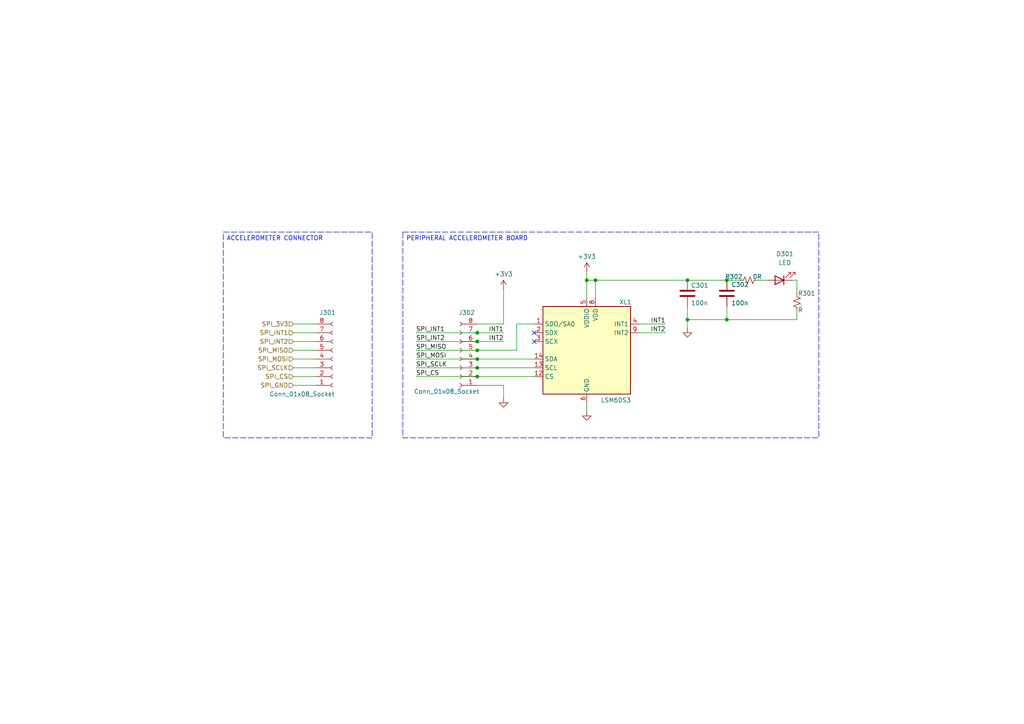
<source format=kicad_sch>
(kicad_sch (version 20231120) (generator "eeschema") (generator_version "8.0")
  (paper "A4")
  (lib_symbols
    (symbol "Connector:Conn_01x08_Socket" (pin_names (offset 1.016) hide)
      (property "Reference" "J" (at 0 10.16 0))
      (property "Value" "Conn_01x08_Socket" (at 0 -12.7 0))
      (symbol "Conn_01x08_Socket_1_1"
        (arc (start 0 -9.652) (mid -0.5058 -10.16) (end 0 -10.668) (stroke (width 0.1524)))
        (arc (start 0 -7.112) (mid -0.5058 -7.62) (end 0 -8.128) (stroke (width 0.1524)))
        (arc (start 0 -4.572) (mid -0.5058 -5.08) (end 0 -5.588) (stroke (width 0.1524)))
        (arc (start 0 -2.032) (mid -0.5058 -2.54) (end 0 -3.048) (stroke (width 0.1524)))
        (polyline (pts (xy -1.27 -10.16) (xy -0.508 -10.16)) (stroke (width 0.1524)))
        (polyline (pts (xy -1.27 -7.62) (xy -0.508 -7.62)) (stroke (width 0.1524)))
        (polyline (pts (xy -1.27 -5.08) (xy -0.508 -5.08)) (stroke (width 0.1524)))
        (polyline (pts (xy -1.27 -2.54) (xy -0.508 -2.54)) (stroke (width 0.1524)))
        (polyline (pts (xy -1.27 0) (xy -0.508 0)) (stroke (width 0.1524)))
        (polyline (pts (xy -1.27 2.54) (xy -0.508 2.54)) (stroke (width 0.1524)))
        (polyline (pts (xy -1.27 5.08) (xy -0.508 5.08)) (stroke (width 0.1524)))
        (polyline (pts (xy -1.27 7.62) (xy -0.508 7.62)) (stroke (width 0.1524)))
        (arc (start 0 0.508) (mid -0.5058 0) (end 0 -0.508) (stroke (width 0.1524)))
        (arc (start 0 3.048) (mid -0.5058 2.54) (end 0 2.032) (stroke (width 0.1524)))
        (arc (start 0 5.588) (mid -0.5058 5.08) (end 0 4.572) (stroke (width 0.1524)))
        (arc (start 0 8.128) (mid -0.5058 7.62) (end 0 7.112) (stroke (width 0.1524)))
        (pin passive line (at -5.08 7.62 0) (length 3.81) (name "Pin_1") (number "1"))
        (pin passive line (at -5.08 5.08 0) (length 3.81) (name "Pin_2") (number "2"))
        (pin passive line (at -5.08 2.54 0) (length 3.81) (name "Pin_3") (number "3"))
        (pin passive line (at -5.08 0 0) (length 3.81) (name "Pin_4") (number "4"))
        (pin passive line (at -5.08 -2.54 0) (length 3.81) (name "Pin_5") (number "5"))
        (pin passive line (at -5.08 -5.08 0) (length 3.81) (name "Pin_6") (number "6"))
        (pin passive line (at -5.08 -7.62 0) (length 3.81) (name "Pin_7") (number "7"))
        (pin passive line (at -5.08 -10.16 0) (length 3.81) (name "Pin_8") (number "8"))
      )
    )
    (symbol "Device:C" (pin_numbers hide) (pin_names (offset 0.254))
      (property "Reference" "C" (at 0.635 2.54 0))
      (property "Value" "C" (at 0.635 -2.54 0))
      (symbol "C_0_1"
        (polyline (pts (xy -2.032 -0.762) (xy 2.032 -0.762)) (stroke (width 0.508)))
        (polyline (pts (xy -2.032 0.762) (xy 2.032 0.762)) (stroke (width 0.508)))
      )
      (symbol "C_1_1"
        (pin passive line (at 0 3.81 270) (length 2.794) (name "~") (number "1"))
        (pin passive line (at 0 -3.81 90) (length 2.794) (name "~") (number "2"))
      )
    )
    (symbol "Device:LED" (pin_numbers hide) (pin_names (offset 1.016) hide)
      (property "Reference" "D" (at 0 2.54 0))
      (property "Value" "LED" (at 0 -2.54 0))
      (symbol "LED_0_1"
        (polyline (pts (xy -1.27 -1.27) (xy -1.27 1.27)) (stroke (width 0.254)))
        (polyline (pts (xy -1.27 0) (xy 1.27 0)))
        (polyline (pts (xy 1.27 -1.27) (xy 1.27 1.27) (xy -1.27 0) (xy 1.27 -1.27)) (stroke (width 0.254)))
        (polyline (pts (xy -3.048 -0.762) (xy -4.572 -2.286) (xy -3.81 -2.286) (xy -4.572 -2.286) (xy -4.572 -1.524)))
        (polyline (pts (xy -1.778 -0.762) (xy -3.302 -2.286) (xy -2.54 -2.286) (xy -3.302 -2.286) (xy -3.302 -1.524)))
      )
      (symbol "LED_1_1"
        (pin passive line (at -3.81 0 0) (length 2.54) (name "K") (number "1"))
        (pin passive line (at 3.81 0 180) (length 2.54) (name "A") (number "2"))
      )
    )
    (symbol "Device:R_Small_US" (pin_numbers hide) (pin_names (offset 0.254) hide)
      (property "Reference" "R" (at 0.762 0.508 0))
      (property "Value" "R_Small_US" (at 0.762 -1.016 0))
      (symbol "R_Small_US_1_1"
        (polyline (pts (xy 0 0) (xy 1.016 -0.381) (xy 0 -0.762) (xy -1.016 -1.143) (xy 0 -1.524)))
        (polyline (pts (xy 0 1.524) (xy 1.016 1.143) (xy 0 0.762) (xy -1.016 0.381) (xy 0 0)))
        (pin passive line (at 0 2.54 270) (length 1.016) (name "~") (number "1"))
        (pin passive line (at 0 -2.54 90) (length 1.016) (name "~") (number "2"))
      )
    )
    (symbol "Sensor_Motion:LSM6DS3"
      (property "Reference" "U" (at -11.43 15.24 0))
      (property "Value" "LSM6DS3" (at -11.43 12.7 0))
      (symbol "LSM6DS3_0_1"
        (rectangle (start -12.7 12.7) (end 12.7 -12.7) (stroke (width 0.254)) (fill (type background)))
      )
      (symbol "LSM6DS3_1_1"
        (pin bidirectional line (at -15.24 7.62 0) (length 2.54) (name "SDO/SA0") (number "1"))
        (pin no_connect line (at 12.7 -5.08 180) (length 3.81) hide (name "NC") (number "10"))
        (pin no_connect line (at 12.7 -2.54 180) (length 3.81) hide (name "NC") (number "11"))
        (pin input line (at -15.24 -7.62 0) (length 2.54) (name "CS") (number "12"))
        (pin input line (at -15.24 -5.08 0) (length 2.54) (name "SCL") (number "13"))
        (pin bidirectional line (at -15.24 -2.54 0) (length 2.54) (name "SDA") (number "14"))
        (pin bidirectional line (at -15.24 5.08 0) (length 2.54) (name "SDX") (number "2"))
        (pin input line (at -15.24 2.54 0) (length 2.54) (name "SCX") (number "3"))
        (pin output line (at 15.24 7.62 180) (length 2.54) (name "INT1") (number "4"))
        (pin power_in line (at 0 15.24 270) (length 2.54) (name "VDDIO") (number "5"))
        (pin power_in line (at 0 -15.24 90) (length 2.54) (name "GND") (number "6"))
        (pin passive line (at 0 -15.24 90) (length 2.54) hide (name "GND") (number "7"))
        (pin power_in line (at 2.54 15.24 270) (length 2.54) (name "VDD") (number "8"))
        (pin output line (at 15.24 5.08 180) (length 2.54) (name "INT2") (number "9"))
      )
    )
    (symbol "power:+3V3" (power) (pin_numbers hide) (pin_names (offset 0) hide)
      (property "Value" "+3V3" (at 0 3.556 0))
      (symbol "+3V3_0_1"
        (polyline (pts (xy -0.762 1.27) (xy 0 2.54)))
        (polyline (pts (xy 0 0) (xy 0 2.54)))
        (polyline (pts (xy 0 2.54) (xy 0.762 1.27)))
      )
      (symbol "+3V3_1_1"
        (pin power_in line (at 0 0 90) (length 0) (name "~") (number "1"))
      )
    )
    (symbol "power:GND" (power) (pin_numbers hide) (pin_names (offset 0) hide)
      (property "Value" "GND" (at 0 -3.81 0))
      (symbol "GND_0_1"
        (polyline (pts (xy 0 0) (xy 0 -1.27) (xy 1.27 -1.27) (xy 0 -2.54) (xy -1.27 -1.27) (xy 0 -1.27)))
      )
      (symbol "GND_1_1"
        (pin power_in line (at 0 0 270) (length 0) (name "~") (number "1"))
      )
    )
  )
  (junction (at 170.18 81.28))
  (junction (at 172.72 81.28))
  (junction (at 138.43 99.06))
  (junction (at 138.43 106.68))
  (junction (at 138.43 104.14))
  (junction (at 199.39 92.71))
  (junction (at 138.43 109.22))
  (junction (at 210.82 92.71))
  (junction (at 210.82 81.28))
  (junction (at 138.43 101.6))
  (junction (at 138.43 96.52))
  (junction (at 199.39 81.28))
  (no_connect (at 154.94 96.52))
  (no_connect (at 154.94 99.06))
  (wire (pts (xy 120.65 99.06) (xy 138.43 99.06)))
  (wire (pts (xy 219.71 81.28) (xy 222.25 81.28)))
  (wire (pts (xy 231.14 81.28) (xy 231.14 85.09)))
  (wire (pts (xy 85.09 99.06) (xy 91.44 99.06)))
  (wire (pts (xy 199.39 92.71) (xy 210.82 92.71)))
  (wire (pts (xy 199.39 88.9) (xy 199.39 92.71)))
  (wire (pts (xy 85.09 104.14) (xy 91.44 104.14)))
  (wire (pts (xy 138.43 104.14) (xy 154.94 104.14)))
  (wire (pts (xy 85.09 101.6) (xy 91.44 101.6)))
  (wire (pts (xy 138.43 99.06) (xy 146.05 99.06)))
  (wire (pts (xy 85.09 96.52) (xy 91.44 96.52)))
  (wire (pts (xy 85.09 111.76) (xy 91.44 111.76)))
  (wire (pts (xy 120.65 96.52) (xy 138.43 96.52)))
  (wire (pts (xy 146.05 111.76) (xy 146.05 115.57)))
  (wire (pts (xy 138.43 111.76) (xy 146.05 111.76)))
  (wire (pts (xy 85.09 93.98) (xy 91.44 93.98)))
  (wire (pts (xy 170.18 81.28) (xy 170.18 86.36)))
  (wire (pts (xy 229.87 81.28) (xy 231.14 81.28)))
  (wire (pts (xy 170.18 116.84) (xy 170.18 119.38)))
  (wire (pts (xy 210.82 88.9) (xy 210.82 92.71)))
  (wire (pts (xy 120.65 101.6) (xy 138.43 101.6)))
  (wire (pts (xy 146.05 83.82) (xy 146.05 93.98)))
  (wire (pts (xy 85.09 109.22) (xy 91.44 109.22)))
  (wire (pts (xy 120.65 104.14) (xy 138.43 104.14)))
  (wire (pts (xy 138.43 93.98) (xy 146.05 93.98)))
  (wire (pts (xy 120.65 109.22) (xy 138.43 109.22)))
  (wire (pts (xy 154.94 93.98) (xy 149.86 93.98)))
  (wire (pts (xy 185.42 93.98) (xy 193.04 93.98)))
  (wire (pts (xy 172.72 81.28) (xy 199.39 81.28)))
  (wire (pts (xy 210.82 81.28) (xy 214.63 81.28)))
  (wire (pts (xy 199.39 81.28) (xy 210.82 81.28)))
  (wire (pts (xy 199.39 95.25) (xy 199.39 92.71)))
  (wire (pts (xy 138.43 106.68) (xy 154.94 106.68)))
  (wire (pts (xy 170.18 78.74) (xy 170.18 81.28)))
  (wire (pts (xy 185.42 96.52) (xy 193.04 96.52)))
  (wire (pts (xy 210.82 92.71) (xy 231.14 92.71)))
  (wire (pts (xy 149.86 93.98) (xy 149.86 101.6)))
  (wire (pts (xy 120.65 106.68) (xy 138.43 106.68)))
  (wire (pts (xy 231.14 90.17) (xy 231.14 92.71)))
  (wire (pts (xy 138.43 96.52) (xy 146.05 96.52)))
  (wire (pts (xy 170.18 81.28) (xy 172.72 81.28)))
  (wire (pts (xy 172.72 81.28) (xy 172.72 86.36)))
  (wire (pts (xy 138.43 101.6) (xy 149.86 101.6)))
  (wire (pts (xy 85.09 106.68) (xy 91.44 106.68)))
  (wire (pts (xy 138.43 109.22) (xy 154.94 109.22)))
  (text_box "PERIPHERAL ACCELEROMETER BOARD" (at 116.84 67.31 0) (size 120.65 59.69) (stroke (width 0) (type dash)) (effects (font (size 1.27 1.27)) (justify left top)))
  (text_box "ACCELEROMETER CONNECTOR" (at 64.77 67.31 0) (size 43.18 59.69) (stroke (width 0) (type dash)) (effects (font (size 1.27 1.27)) (justify left top)))
  (label "INT1" (at 193.04 93.98 180))
  (label "SPI_CS" (at 120.65 109.22 0))
  (label "SPI_MISO" (at 120.65 101.6 0))
  (label "INT2" (at 146.05 99.06 180))
  (label "SPI_INT2" (at 120.65 99.06 0))
  (label "SPI_SCLK" (at 120.65 106.68 0))
  (label "INT2" (at 193.04 96.52 180))
  (label "INT1" (at 146.05 96.52 180))
  (label "SPI_INT1" (at 120.65 96.52 0))
  (label "SPI_MOSI" (at 120.65 104.14 0))
  (hierarchical_label "SPI_SCLK" (shape input) (at 85.09 106.68 180))
  (hierarchical_label "SPI_MOSI" (shape input) (at 85.09 104.14 180))
  (hierarchical_label "SPI_INT2" (shape input) (at 85.09 99.06 180))
  (hierarchical_label "SPI_MISO" (shape input) (at 85.09 101.6 180))
  (hierarchical_label "SPI_INT1" (shape input) (at 85.09 96.52 180))
  (hierarchical_label "SPI_GND" (shape input) (at 85.09 111.76 180))
  (hierarchical_label "SPI_3V3" (shape input) (at 85.09 93.98 180))
  (hierarchical_label "SPI_CS" (shape input) (at 85.09 109.22 180))
  (symbol (lib_id "Device:LED") (at 226.06 81.28 180) (unit 1)
    (property "Reference" "D301" (at 227.6475 73.66 0))
    (property "Value" "LED" (at 227.6475 76.2 0))
    (property "Description" "Light emitting diode" (effects (hide yes)))
  )
  (symbol (lib_id "Connector:Conn_01x08_Socket") (at 133.35 104.14 180) (unit 1)
    (property "Reference" "J302" (at 135.382 90.678 0))
    (property "Value" "Conn_01x08_Socket" (at 129.54 113.538 0))
    (property "Description" "Generic connector, single row, 01x08, script generated" (effects (hide yes)))
  )
  (symbol (lib_id "power:GND") (at 199.39 95.25 0) (unit 1)
    (property "Reference" "#PWR033" (effects (hide yes)))
    (property "Value" "GND" (effects (hide yes)))
    (property "Description" "Power symbol creates a global label with name \"GND\" , ground" (effects (hide yes)))
  )
  (symbol (lib_id "power:+3V3") (at 170.18 78.74 0) (unit 1)
    (property "Reference" "#PWR031" (effects (hide yes)))
    (property "Value" "+3V3" (at 170.18 74.422 0))
    (property "Description" "Power symbol creates a global label with name \"+3V3\"" (effects (hide yes)))
  )
  (symbol (lib_id "Device:R_Small_US") (at 231.14 87.63 0) (unit 1)
    (property "Reference" "R301" (at 231.394 85.09 0) (effects (justify left)))
    (property "Value" "R" (at 231.394 89.916 0) (effects (justify left)))
    (property "Description" "Resistor, small US symbol" (effects (hide yes)))
  )
  (symbol (lib_id "Device:C") (at 199.39 85.09 0) (unit 1)
    (property "Reference" "C301" (at 200.406 82.804 0) (effects (justify left)))
    (property "Value" "100n" (at 200.406 87.884 0) (effects (justify left)))
    (property "Description" "Unpolarized capacitor" (effects (hide yes)))
  )
  (symbol (lib_id "Sensor_Motion:LSM6DS3") (at 170.18 101.6 0) (unit 1)
    (property "Reference" "XL1" (at 179.578 87.63 0) (effects (justify left)))
    (property "Value" "LSM6DS3" (at 174.244 116.078 0) (effects (justify left)))
    (property "Footprint" "Package_LGA:LGA-14_3x2.5mm_P0.5mm_LayoutBorder3x4y" (effects (hide yes)))
    (property "Datasheet" "https://www.st.com/resource/en/datasheet/lsm6ds3tr-c.pdf" (effects (hide yes)))
    (property "Description" "I2C/SPI, iNEMO inertial module: always-on 3D accelerometer and 3D gyroscope" (effects (hide yes)))
  )
  (symbol (lib_id "power:+3V3") (at 146.05 83.82 0) (unit 1)
    (property "Reference" "#PWR034" (effects (hide yes)))
    (property "Value" "+3V3" (at 146.05 79.502 0))
    (property "Description" "Power symbol creates a global label with name \"+3V3\"" (effects (hide yes)))
  )
  (symbol (lib_id "Device:R_Small_US") (at 217.17 81.28 90) (unit 1)
    (property "Reference" "R302" (at 215.392 80.264 90) (effects (justify left)))
    (property "Value" "0R" (at 220.98 80.264 90) (effects (justify left)))
    (property "Description" "Resistor, small US symbol" (effects (hide yes)))
  )
  (symbol (lib_id "power:GND") (at 146.05 115.57 0) (unit 1)
    (property "Reference" "#PWR035" (effects (hide yes)))
    (property "Value" "GND" (effects (hide yes)))
    (property "Description" "Power symbol creates a global label with name \"GND\" , ground" (effects (hide yes)))
  )
  (symbol (lib_id "Device:C") (at 210.82 85.09 0) (unit 1)
    (property "Reference" "C302" (at 212.09 82.55 0) (effects (justify left)))
    (property "Value" "100n" (at 212.09 87.884 0) (effects (justify left)))
    (property "Description" "Unpolarized capacitor" (effects (hide yes)))
  )
  (symbol (lib_id "power:GND") (at 170.18 119.38 0) (unit 1)
    (property "Reference" "#PWR032" (effects (hide yes)))
    (property "Value" "GND" (effects (hide yes)))
    (property "Description" "Power symbol creates a global label with name \"GND\" , ground" (effects (hide yes)))
  )
  (symbol (lib_id "Connector:Conn_01x08_Socket") (at 96.52 104.14 0) (mirror x) (unit 1)
    (property "Reference" "J301" (at 94.996 90.678 0))
    (property "Value" "Conn_01x08_Socket" (at 87.63 114.3 0))
    (property "Description" "Generic connector, single row, 01x08, script generated" (effects (hide yes)))
  )
)
</source>
